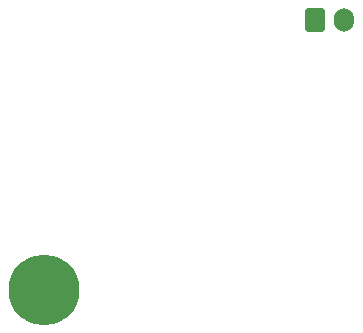
<source format=gbr>
%TF.GenerationSoftware,KiCad,Pcbnew,7.0.8*%
%TF.CreationDate,2023-10-16T16:24:14-07:00*%
%TF.ProjectId,KiCad_Lab2_ConnorRoane,4b694361-645f-44c6-9162-325f436f6e6e,rev?*%
%TF.SameCoordinates,Original*%
%TF.FileFunction,Soldermask,Bot*%
%TF.FilePolarity,Negative*%
%FSLAX46Y46*%
G04 Gerber Fmt 4.6, Leading zero omitted, Abs format (unit mm)*
G04 Created by KiCad (PCBNEW 7.0.8) date 2023-10-16 16:24:14*
%MOMM*%
%LPD*%
G01*
G04 APERTURE LIST*
G04 Aperture macros list*
%AMRoundRect*
0 Rectangle with rounded corners*
0 $1 Rounding radius*
0 $2 $3 $4 $5 $6 $7 $8 $9 X,Y pos of 4 corners*
0 Add a 4 corners polygon primitive as box body*
4,1,4,$2,$3,$4,$5,$6,$7,$8,$9,$2,$3,0*
0 Add four circle primitives for the rounded corners*
1,1,$1+$1,$2,$3*
1,1,$1+$1,$4,$5*
1,1,$1+$1,$6,$7*
1,1,$1+$1,$8,$9*
0 Add four rect primitives between the rounded corners*
20,1,$1+$1,$2,$3,$4,$5,0*
20,1,$1+$1,$4,$5,$6,$7,0*
20,1,$1+$1,$6,$7,$8,$9,0*
20,1,$1+$1,$8,$9,$2,$3,0*%
G04 Aperture macros list end*
%ADD10C,6.000000*%
%ADD11RoundRect,0.250000X-0.600000X-0.750000X0.600000X-0.750000X0.600000X0.750000X-0.600000X0.750000X0*%
%ADD12O,1.700000X2.000000*%
G04 APERTURE END LIST*
D10*
%TO.C,REF\u002A\u002A*%
X88900000Y-88900000D03*
%TD*%
D11*
%TO.C,J1*%
X111800000Y-66040000D03*
D12*
X114300000Y-66040000D03*
%TD*%
M02*

</source>
